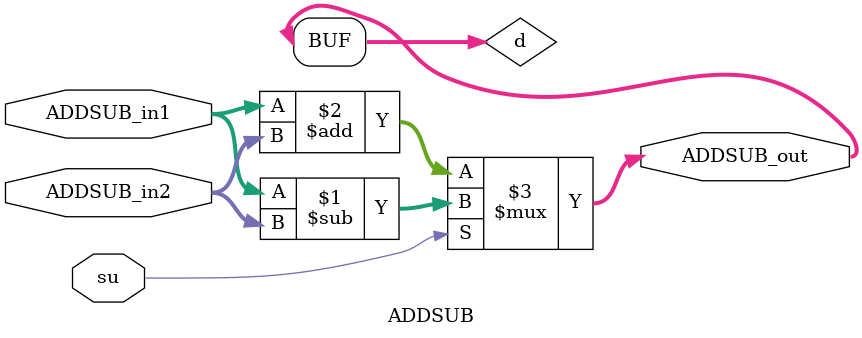
<source format=v>
module ADDSUB(
	output [7:0] ADDSUB_out,
	input [7:0] ADDSUB_in1,
	input [7:0] ADDSUB_in2,
	input su
	);

	wire [7:0] d;
	
	assign d = su ? ADDSUB_in1 - ADDSUB_in2 : ADDSUB_in1 + ADDSUB_in2;
	assign ADDSUB_out = d;
	
endmodule	

</source>
